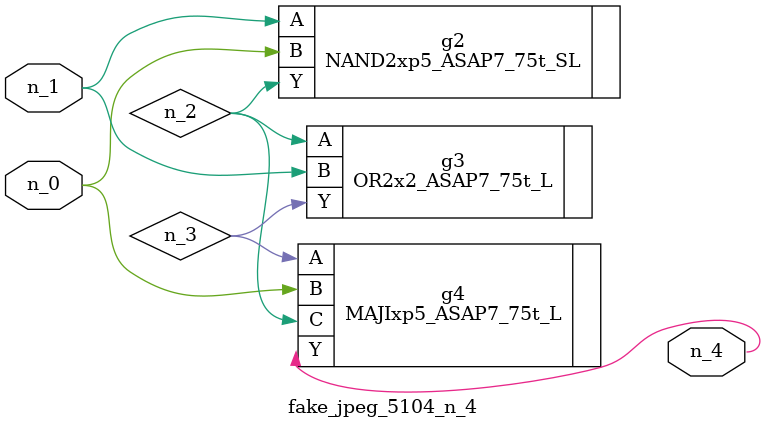
<source format=v>
module fake_jpeg_5104_n_4 (n_0, n_1, n_4);

input n_0;
input n_1;

output n_4;

wire n_2;
wire n_3;

NAND2xp5_ASAP7_75t_SL g2 ( 
.A(n_1),
.B(n_0),
.Y(n_2)
);

OR2x2_ASAP7_75t_L g3 ( 
.A(n_2),
.B(n_1),
.Y(n_3)
);

MAJIxp5_ASAP7_75t_L g4 ( 
.A(n_3),
.B(n_0),
.C(n_2),
.Y(n_4)
);


endmodule
</source>
